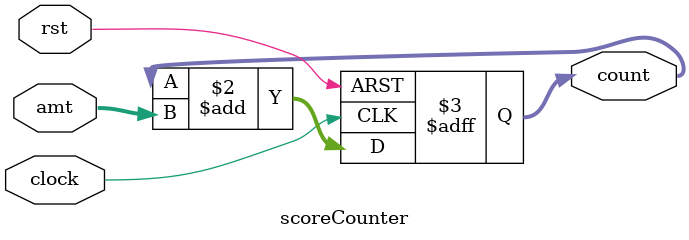
<source format=v>
`timescale 1ns / 1ps

module scoreCounter(
		input clock,
		input rst,
//		input [7:0] prevCount,
		input [3:0] amt,
		output reg [7:0] count
    );

always @ (posedge clock or posedge rst)
begin
	if(rst)
	begin
		count <= 8'b0;
	end
	else
	begin
		count <= (count + amt);
	end

end
endmodule

</source>
